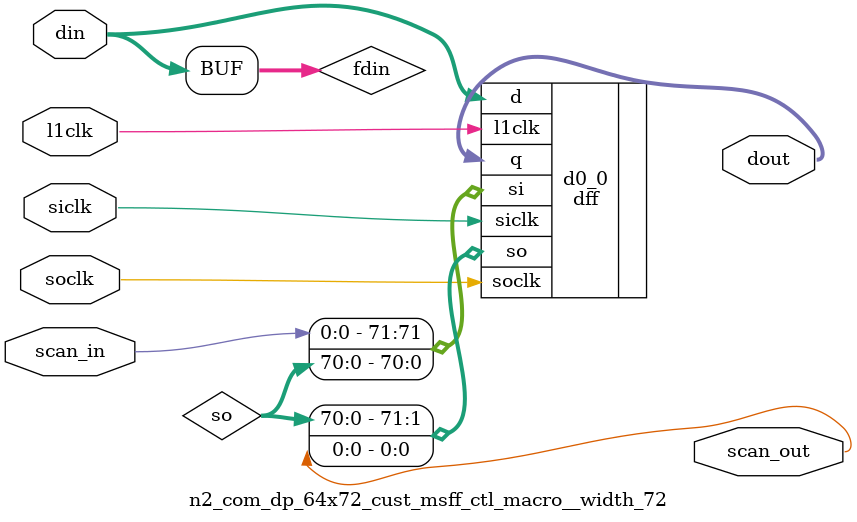
<source format=v>
`define OUTFLOP_n2_com_dp_64x72_cust  TRUE		



module n2_com_dp_64x72_cust (
  wr_adr, 
  wr_en, 
  rd_adr, 
  rd_en, 
  din, 
  dout, 
  rdclk, 
  wrclk, 
  scan_in, 
  tcu_pce_ov, 
  tcu_aclk, 
  tcu_bclk, 
  tcu_array_wr_inhibit, 
  tcu_se_scancollar_in, 
  tcu_se_scancollar_out, 
  bist_clk_mux_sel, 
  rd_pce, 
  wr_pce, 
  scan_out);
wire rd_lce;
wire wr_lce;
wire rdclk_in;
wire wrclk_in;
wire rdclk_free;
wire wrclk_free;
wire rdclk_out;
wire dff_wr_addr_scanin;
wire dff_wr_addr_scanout;
wire [5:0] wr_adr_d1;
wire [5:1] dff_rd_addr_scan;
wire dff_rd_addr_scanin;
wire dff_rd_addr_scanout;
wire [5:0] rd_adr_d1;
wire [5:0] rd_adr_mq_l_unused;
wire [5:0] rd_adr_q_unused;
wire [5:0] rd_adr_q_l_unused;
wire dff_rd_en_scanin;
wire dff_rd_en_scanout;
wire rd_en_d1;
wire rd_en_mq_l_unused;
wire rd_en_q_unused;
wire rd_en_q_l_unused;
wire dff_wr_en_scanin;
wire dff_wr_en_scanout;
wire wr_en_d1;
wire [35:1] dff_din_hi_scan;
wire dff_din_hi_scanin;
wire dff_din_hi_scanout;
wire [71:0] din_d1;
wire [35:1] dff_din_lo_scan;
wire dff_din_lo_scanin;
wire dff_din_lo_scanout;
wire wr_inh_;
wire rd_en_d1_qual;
wire wr_en_d1_qual;
wire [71:0] local_dout;
wire dff_dout_scanin;
wire dff_dout_scanout;
		
input	[5:0]	wr_adr;
input			wr_en;
input	[5:0]	rd_adr;
input			rd_en;
input	[71:0] 	din;
output	[71:0]	dout;
input		rdclk;
input		wrclk;
input		scan_in;
input		tcu_pce_ov;
input		tcu_aclk;
input		tcu_bclk;
input		tcu_array_wr_inhibit;
input		tcu_se_scancollar_in;

input		tcu_se_scancollar_out;

input		bist_clk_mux_sel;
input		rd_pce;
input		wr_pce;
output		scan_out;

// synopsys translate_off

wire pce_ov	= tcu_pce_ov;
wire siclk	= tcu_aclk;
wire soclk	= tcu_bclk;
//================================================
// Clock headers
//================================================
cl_mc1_bistlatch_4x rd_pce_lat (
	.l2clk	(rdclk),
	.pce	(rd_pce),
	.pce_ov	(pce_ov),
	.lce	(rd_lce)
);
cl_mc1_bistlatch_4x wr_pce_lat (
	.l2clk	(wrclk),
	.pce	(wr_pce),
	.pce_ov	(pce_ov),
	.lce	(wr_lce)
);
cl_mc1_bistl1hdr_8x rch_in (
        .l2clk  (rdclk), 
        .se     (tcu_se_scancollar_in),
	.clksel	(bist_clk_mux_sel),
	.bistclk(rdclk),
	.lce	(rd_lce),
        .l1clk  (rdclk_in)
);
cl_mc1_bistl1hdr_8x wch_in (
        .l2clk  (wrclk), 
        .se     (tcu_se_scancollar_in),
	.clksel	(bist_clk_mux_sel),
	.bistclk(rdclk),
	.lce	(wr_lce),
        .l1clk  (wrclk_in)
);
cl_mc1_bistl1hdr_8x rch_free (
        .l2clk  (rdclk), 
        .se     (1'b0),
	.clksel	(bist_clk_mux_sel),
	.bistclk(rdclk),
	.lce	(rd_lce),
        .l1clk  (rdclk_free)
);
cl_mc1_bistl1hdr_8x wch_free (
        .l2clk  (wrclk), 
        .se     (1'b0),
	.clksel	(bist_clk_mux_sel),
	.bistclk(rdclk),
	.lce	(wr_lce),
        .l1clk  (wrclk_free)
);

cl_mc1_bistl1hdr_8x rch_out (
        .l2clk  (rdclk), 
        .se     (tcu_se_scancollar_out),
	.clksel	(bist_clk_mux_sel),
	.bistclk(rdclk),
	.lce	(rd_lce),
        .l1clk  (rdclk_out)
);

///////////////////////////////////////////////////////////////
// Flop the inputs                                           //
///////////////////////////////////////////////////////////////
n2_com_dp_64x72_cust_msff_ctl_macro__width_6 dff_wr_addr  (
	.scan_in	(dff_wr_addr_scanin),
	.scan_out	(dff_wr_addr_scanout),
	.l1clk		(wrclk_in),
	.din		(wr_adr[5:0]),
	.dout		(wr_adr_d1[5:0]),
  .siclk(siclk),
  .soclk(soclk)
);
n2_com_dp_64x72_cust_sram_msff_mo_macro__fs_1__width_6 dff_rd_addr   (
	.scan_in	({dff_rd_addr_scan[5:1],dff_rd_addr_scanin}),
	.scan_out	({dff_rd_addr_scanout,dff_rd_addr_scan[5:1]}),
	.l1clk		(rdclk_in),
	.and_clk	(rdclk_in),
	.d		(rd_adr[5:0]),
	.mq		(rd_adr_d1[5:0]),
	.mq_l		(rd_adr_mq_l_unused[5:0]),
	.q		(rd_adr_q_unused[5:0]),
	.q_l		(rd_adr_q_l_unused[5:0]),
  .siclk(siclk),
  .soclk(soclk)
);
n2_com_dp_64x72_cust_sram_msff_mo_macro__width_1 dff_rd_en  (
	.scan_in	(dff_rd_en_scanin),
	.scan_out	(dff_rd_en_scanout),
	.l1clk		(rdclk_in),
	.and_clk	(rdclk_in),
	.d		(rd_en),
	.mq		(rd_en_d1),
	.mq_l		(rd_en_mq_l_unused),
	.q		(rd_en_q_unused),
	.q_l		(rd_en_q_l_unused),
  .siclk(siclk),
  .soclk(soclk)
);
n2_com_dp_64x72_cust_msff_ctl_macro__width_1 dff_wr_en  (
	.scan_in	(dff_wr_en_scanin),
	.scan_out	(dff_wr_en_scanout),
	.l1clk		(wrclk_in),
	.din		(wr_en),
	.dout		(wr_en_d1),
  .siclk(siclk),
  .soclk(soclk)
);
n2_com_dp_64x72_cust_msff_ctl_macro__fs_1__width_36 dff_din_hi   (
	.scan_in	({dff_din_hi_scan[35:1],dff_din_hi_scanin}),
	.scan_out	({dff_din_hi_scanout,dff_din_hi_scan[35:1]}),
	.l1clk		(wrclk_in),
	.din		(din[71:36]),
	.dout		(din_d1[71:36]),
  .siclk(siclk),
  .soclk(soclk)
);
n2_com_dp_64x72_cust_msff_ctl_macro__fs_1__width_36 dff_din_lo   (
	.scan_in	({dff_din_lo_scan[35:1],dff_din_lo_scanin}),
	.scan_out	({dff_din_lo_scanout,dff_din_lo_scan[35:1]}),
	.l1clk		(wrclk_in),
	.din		(din[35:0]),
	.dout		(din_d1[35:0]),
  .siclk(siclk),
  .soclk(soclk)
);
n2_com_dp_64x72_cust_inv_macro__width_1 wr_inh_inv  (
	.din		(tcu_array_wr_inhibit),
	.dout		(wr_inh_)
);
n2_com_dp_64x72_cust_and_macro__width_2 enable_qual  (
	.din0		({2{wr_inh_}}),
	.din1		({rd_en_d1,wr_en_d1}),
	.dout		({rd_en_d1_qual,wr_en_d1_qual})
);
n2_com_dp_64x72_cust_n2_com_array_macro__rows_64__width_72__z_array array    (
	.rclk	(rdclk_free),
	.wclk	(wrclk_free),
	.wr_adr (wr_adr_d1[5:0]),
	.wr_en	(wr_en_d1_qual),
	.rd_adr (rd_adr_d1[5:0]),
	.rd_en	(rd_en_d1_qual),
	.din	(din_d1[71:0]),
	.dout	(local_dout[71:0])
);

n2_com_dp_64x72_cust_msff_ctl_macro__width_72 dff_dout  (
	.scan_in	(dff_dout_scanin),
	.scan_out	(dff_dout_scanout),
	.l1clk		(rdclk_out),
	.din		(local_dout[71:0]),
	.dout		(dout[71:0]),
  .siclk(siclk),
  .soclk(soclk)
);


supply0 vss;
supply1 vdd;

// fixscan start:
assign dff_wr_addr_scanin         = scan_in                  ;
assign dff_rd_addr_scanin         = dff_wr_addr_scanout      ;
assign dff_wr_en_scanin           = dff_rd_addr_scanout      ;
assign dff_rd_en_scanin           = dff_wr_en_scanout        ;
assign dff_din_lo_scanin          = dff_rd_en_scanout        ;
assign dff_din_hi_scanin          = dff_din_lo_scanout       ;
assign dff_dout_scanin            = dff_din_hi_scanout       ;
assign scan_out                   = dff_dout_scanout         ;
// fixscan end:

// synopsys translate_on

endmodule







// any PARAMS parms go into naming of macro

module n2_com_dp_64x72_cust_msff_ctl_macro__width_6 (
  din, 
  l1clk, 
  scan_in, 
  siclk, 
  soclk, 
  dout, 
  scan_out);
wire [5:0] fdin;
wire [4:0] so;

  input [5:0] din;
  input l1clk;
  input scan_in;


  input siclk;
  input soclk;

  output [5:0] dout;
  output scan_out;
assign fdin[5:0] = din[5:0];






dff /*#(6)*/  d0_0 (
.l1clk(l1clk),
.siclk(siclk),
.soclk(soclk),
.d(fdin[5:0]),
.si({scan_in,so[4:0]}),
.so({so[4:0],scan_out}),
.q(dout[5:0])
);












endmodule









//
//   macro for cl_mc1_sram_msff_mo_{16,8,4}x flops
//
//





module n2_com_dp_64x72_cust_sram_msff_mo_macro__fs_1__width_6 (
  d, 
  scan_in, 
  l1clk, 
  and_clk, 
  siclk, 
  soclk, 
  mq, 
  mq_l, 
  scan_out, 
  q, 
  q_l);
input [5:0] d;
  input [5:0] scan_in;
input l1clk;
input and_clk;
input siclk;
input soclk;
output [5:0] mq;
output [5:0] mq_l;
  output [5:0] scan_out;
output [5:0] q;
output [5:0] q_l;






new_dlata /*#(6)*/  d0_0 (
.d(d[5:0]),
.si(scan_in[5:0]),
.so(scan_out[5:0]),
.l1clk(l1clk),
.and_clk(and_clk),
.siclk(siclk),
.soclk(soclk),
.q(q[5:0]),
.q_l(q_l[5:0]),
.mq(mq[5:0]),
.mq_l(mq_l[5:0])
);










//place::generic_place($width,$stack,$left);

endmodule





//
//   macro for cl_mc1_sram_msff_mo_{16,8,4}x flops
//
//





module n2_com_dp_64x72_cust_sram_msff_mo_macro__width_1 (
  d, 
  scan_in, 
  l1clk, 
  and_clk, 
  siclk, 
  soclk, 
  mq, 
  mq_l, 
  scan_out, 
  q, 
  q_l);
input [0:0] d;
  input scan_in;
input l1clk;
input and_clk;
input siclk;
input soclk;
output [0:0] mq;
output [0:0] mq_l;
  output scan_out;
output [0:0] q;
output [0:0] q_l;






new_dlata /*#(1)*/  d0_0 (
.d(d[0:0]),
.si(scan_in),
.so(scan_out),
.l1clk(l1clk),
.and_clk(and_clk),
.siclk(siclk),
.soclk(soclk),
.q(q[0:0]),
.q_l(q_l[0:0]),
.mq(mq[0:0]),
.mq_l(mq_l[0:0])
);










//place::generic_place($width,$stack,$left);

endmodule









// any PARAMS parms go into naming of macro

module n2_com_dp_64x72_cust_msff_ctl_macro__width_1 (
  din, 
  l1clk, 
  scan_in, 
  siclk, 
  soclk, 
  dout, 
  scan_out);
wire [0:0] fdin;

  input [0:0] din;
  input l1clk;
  input scan_in;


  input siclk;
  input soclk;

  output [0:0] dout;
  output scan_out;
assign fdin[0:0] = din[0:0];






dff /*#(1)*/  d0_0 (
.l1clk(l1clk),
.siclk(siclk),
.soclk(soclk),
.d(fdin[0:0]),
.si(scan_in),
.so(scan_out),
.q(dout[0:0])
);












endmodule













// any PARAMS parms go into naming of macro

module n2_com_dp_64x72_cust_msff_ctl_macro__fs_1__width_36 (
  din, 
  l1clk, 
  scan_in, 
  siclk, 
  soclk, 
  dout, 
  scan_out);
wire [35:0] fdin;

  input [35:0] din;
  input l1clk;
  input [35:0] scan_in;


  input siclk;
  input soclk;

  output [35:0] dout;
  output [35:0] scan_out;
assign fdin[35:0] = din[35:0];






dff /*#(36)*/  d0_0 (
.l1clk(l1clk),
.siclk(siclk),
.soclk(soclk),
.d(fdin[35:0]),
.si(scan_in[35:0]),
.so(scan_out[35:0]),
.q(dout[35:0])
);












endmodule









//
//   invert macro
//
//





module n2_com_dp_64x72_cust_inv_macro__width_1 (
  din, 
  dout);
  input [0:0] din;
  output [0:0] dout;






inv /*#(1)*/  d0_0 (
.in(din[0:0]),
.out(dout[0:0])
);









endmodule





//  
//   and macro for ports = 2,3,4
//
//





module n2_com_dp_64x72_cust_and_macro__width_2 (
  din0, 
  din1, 
  dout);
  input [1:0] din0;
  input [1:0] din1;
  output [1:0] dout;






and2 /*#(2)*/  d0_0 (
.in0(din0[1:0]),
.in1(din1[1:0]),
.out(dout[1:0])
);









endmodule










module n2_com_dp_64x72_cust_n2_com_array_macro__rows_64__width_72__z_array (
  rclk, 
  wclk, 
  rd_adr, 
  rd_en, 
  wr_en, 
  wr_adr, 
  din, 
  dout);

input		rclk;
input		wclk;
input	[5:0]	rd_adr;
input		rd_en;
input		wr_en;
input	[5:0]	wr_adr;
input	[72-1:0]	din;
output	[72-1:0]	dout; 



reg	[72-1:0]	mem[64-1:0];
reg	[72-1:0]	local_dout;

`ifndef NOINITMEM
// Emulate reset
integer i;
initial begin
 for (i=0; i<64; i=i+1) begin
   mem[i] = 72'b0;
 end
 local_dout = 72'b0;
end
`endif
//////////////////////
// Read/write array
//////////////////////
always @(negedge wclk) begin
   if (wr_en) begin
       mem[wr_adr] <= din;


   end
end
always @(rclk or rd_en or wr_en or rd_adr or wr_adr) begin
   if (rclk) begin
     if (rd_en) begin
         if (wr_en & (wr_adr[5:0] == rd_adr[5:0]))
             local_dout[72-1:0] <= 72'hx;
         else
             local_dout[72-1:0] <= mem[rd_adr] ;
     end
     else
             local_dout[72-1:0] <= ~(72'h0);
  end
end
assign dout[72-1:0] = local_dout[72-1:0];
supply0 vss;
supply1 vdd;




endmodule 






// any PARAMS parms go into naming of macro

module n2_com_dp_64x72_cust_msff_ctl_macro__width_72 (
  din, 
  l1clk, 
  scan_in, 
  siclk, 
  soclk, 
  dout, 
  scan_out);
wire [71:0] fdin;
wire [70:0] so;

  input [71:0] din;
  input l1clk;
  input scan_in;


  input siclk;
  input soclk;

  output [71:0] dout;
  output scan_out;
assign fdin[71:0] = din[71:0];






dff /*#(72)*/  d0_0 (
.l1clk(l1clk),
.siclk(siclk),
.soclk(soclk),
.d(fdin[71:0]),
.si({scan_in,so[70:0]}),
.so({so[70:0],scan_out}),
.q(dout[71:0])
);












endmodule









</source>
